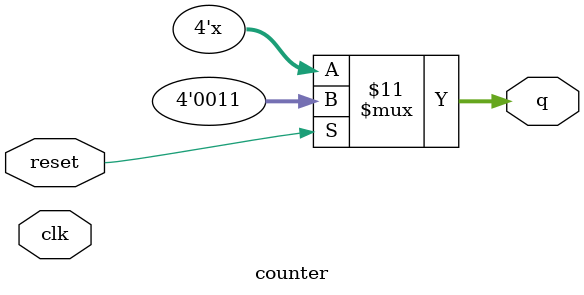
<source format=v>
module counter( 
    input clk,
    input reset,
    output reg [3:0] q
); 
// update q on the positive edge of the clock according to the following cases:
// on reset, assign q to 1
// else if q is 12, assign q to 1
// else, increment q by 1 
initial begin 
    q <= 1;
    if (reset) begin 
        q <= 3;
        clk <= 1'b0;
    end else begin 
        if (q[3] == 12) begin 
            q <= 1;
        end else begin 
            q <= q[3] + 1;
        end
    end
end 
endmodule

</source>
